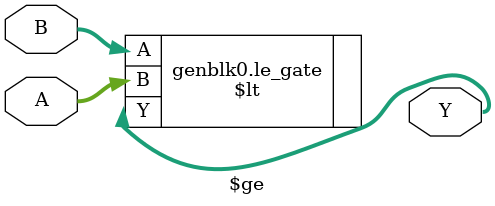
<source format=v>
module \$gt (A, B, Y);

    parameter A_SIGNED = 0;
    parameter B_SIGNED = 0;
    parameter A_WIDTH = 0;
    parameter B_WIDTH = 0;
    parameter Y_WIDTH = 0;

    input [A_WIDTH-1:0] A;
    input [B_WIDTH-1:0] B;
    output [Y_WIDTH-1:0] Y;

    genvar i;
    generate begin

        \$le #(
            .A_SIGNED(A_SIGNED),
            .B_SIGNED(B_SIGNED),
            .A_WIDTH(A_WIDTH),
            .B_WIDTH(B_WIDTH),
            .Y_WIDTH(Y_WIDTH)
        ) le_gate (
            .A(B),
            .B(A),
            .Y(Y)
        );

    end endgenerate
endmodule

module \$ge (A, B, Y);

    parameter A_SIGNED = 0;
    parameter B_SIGNED = 0;
    parameter A_WIDTH = 0;
    parameter B_WIDTH = 0;
    parameter Y_WIDTH = 0;

    input [A_WIDTH-1:0] A;
    input [B_WIDTH-1:0] B;
    output [Y_WIDTH-1:0] Y;
;
    generate begin

        \$lt #(
            .A_SIGNED(A_SIGNED),
            .B_SIGNED(B_SIGNED),
            .A_WIDTH(A_WIDTH),
            .B_WIDTH(B_WIDTH),
            .Y_WIDTH(Y_WIDTH)
        ) le_gate (
            .A(B),
            .B(A),
            .Y(Y)
        );

    end endgenerate
endmodule


</source>
